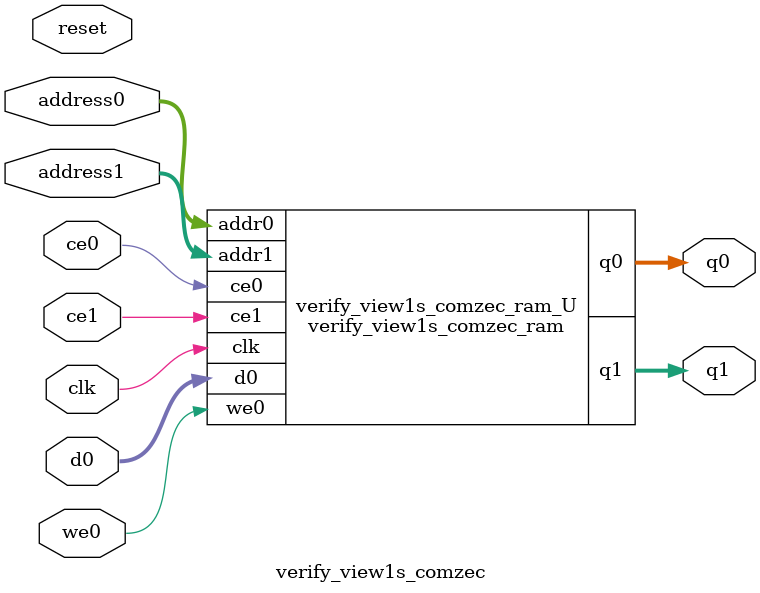
<source format=v>
`timescale 1 ns / 1 ps
module verify_view1s_comzec_ram (addr0, ce0, d0, we0, q0, addr1, ce1, q1,  clk);

parameter DWIDTH = 8;
parameter AWIDTH = 15;
parameter MEM_SIZE = 16425;

input[AWIDTH-1:0] addr0;
input ce0;
input[DWIDTH-1:0] d0;
input we0;
output reg[DWIDTH-1:0] q0;
input[AWIDTH-1:0] addr1;
input ce1;
output reg[DWIDTH-1:0] q1;
input clk;

(* ram_style = "block" *)reg [DWIDTH-1:0] ram[0:MEM_SIZE-1];




always @(posedge clk)  
begin 
    if (ce0) begin
        if (we0) 
            ram[addr0] <= d0; 
        q0 <= ram[addr0];
    end
end


always @(posedge clk)  
begin 
    if (ce1) begin
        q1 <= ram[addr1];
    end
end


endmodule

`timescale 1 ns / 1 ps
module verify_view1s_comzec(
    reset,
    clk,
    address0,
    ce0,
    we0,
    d0,
    q0,
    address1,
    ce1,
    q1);

parameter DataWidth = 32'd8;
parameter AddressRange = 32'd16425;
parameter AddressWidth = 32'd15;
input reset;
input clk;
input[AddressWidth - 1:0] address0;
input ce0;
input we0;
input[DataWidth - 1:0] d0;
output[DataWidth - 1:0] q0;
input[AddressWidth - 1:0] address1;
input ce1;
output[DataWidth - 1:0] q1;



verify_view1s_comzec_ram verify_view1s_comzec_ram_U(
    .clk( clk ),
    .addr0( address0 ),
    .ce0( ce0 ),
    .we0( we0 ),
    .d0( d0 ),
    .q0( q0 ),
    .addr1( address1 ),
    .ce1( ce1 ),
    .q1( q1 ));

endmodule


</source>
